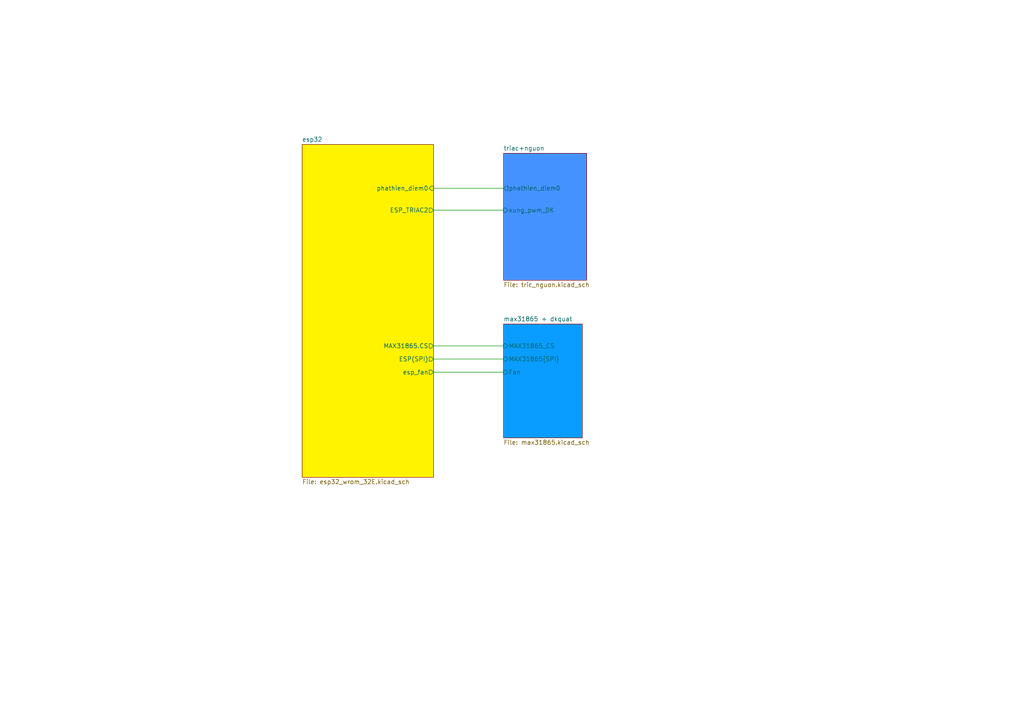
<source format=kicad_sch>
(kicad_sch (version 20230121) (generator eeschema)

  (uuid 14e92a84-6388-44e4-b74c-672e843051bb)

  (paper "A4")

  (title_block
    (title "Bảng mạch diều khiển _ DATN2024")
    (date "2024-06-25")
    (company "THIẾT KẾ, CHẾ TẠO BOARD MẠCH GIÁM SÁT NHIỆT ĐỘ VÀ ĐỘ ẨM CHO BUỒNG NHIỆT")
  )

  (lib_symbols
  )


  (wire (pts (xy 125.73 54.61) (xy 146.05 54.61))
    (stroke (width 0) (type default))
    (uuid 1419189c-8ca2-4755-a07d-f9b5d24340de)
  )
  (wire (pts (xy 125.73 107.95) (xy 146.05 107.95))
    (stroke (width 0) (type default))
    (uuid 1ab263ea-af0c-479e-9edb-c4bf5cb65139)
  )
  (wire (pts (xy 125.73 104.14) (xy 146.05 104.14))
    (stroke (width 0) (type default))
    (uuid 3be7fa06-8d4e-4062-b2ea-4a69fc6c756d)
  )
  (wire (pts (xy 125.73 100.33) (xy 146.05 100.33))
    (stroke (width 0) (type default))
    (uuid 6ad12651-4500-4d43-9105-2d9604f06ffb)
  )
  (wire (pts (xy 125.73 60.96) (xy 146.05 60.96))
    (stroke (width 0) (type default))
    (uuid 93e53de6-ba5f-4361-80bf-19f050be8899)
  )

  (sheet (at 87.63 41.91) (size 38.1 96.52) (fields_autoplaced)
    (stroke (width 0.1524) (type solid))
    (fill (color 255 243 0 1.0000))
    (uuid 7e1d0567-8369-4494-8191-ab8efa8b90ca)
    (property "Sheetname" "esp32" (at 87.63 41.1984 0)
      (effects (font (size 1.27 1.27)) (justify left bottom))
    )
    (property "Sheetfile" "esp32_wrom_32E.kicad_sch" (at 87.63 139.0146 0)
      (effects (font (size 1.27 1.27)) (justify left top))
    )
    (pin "ESP_TRIAC2" output (at 125.73 60.96 0)
      (effects (font (size 1.27 1.27)) (justify right))
      (uuid b38648e9-c8a6-425c-8184-bb647672a50e)
    )
    (pin "phathien_diem0" input (at 125.73 54.61 0)
      (effects (font (size 1.27 1.27)) (justify right))
      (uuid 91e12e3f-97ab-49b3-8e47-3f2083c8c45f)
    )
    (pin "MAX31865.CS" output (at 125.73 100.33 0)
      (effects (font (size 1.27 1.27)) (justify right))
      (uuid dd70a3f9-2be1-417c-bdab-bf91c11e5b98)
    )
    (pin "ESP(SPI)" output (at 125.73 104.14 0)
      (effects (font (size 1.27 1.27)) (justify right))
      (uuid 8557ffac-498c-400b-9ba9-e5b65a36f76c)
    )
    (pin "esp_fan" output (at 125.73 107.95 0)
      (effects (font (size 1.27 1.27)) (justify right))
      (uuid 31928c92-535d-48d5-bd3b-028b443b7f75)
    )
    (instances
      (project "board_dkth"
        (path "/14e92a84-6388-44e4-b74c-672e843051bb" (page "2"))
      )
    )
  )

  (sheet (at 146.05 44.45) (size 24.13 36.83) (fields_autoplaced)
    (stroke (width 0.1524) (type solid))
    (fill (color 68 146 255 1.0000))
    (uuid adb6b457-be62-4fec-937f-dfb9d61136d8)
    (property "Sheetname" "triac+nguon" (at 146.05 43.7384 0)
      (effects (font (size 1.27 1.27)) (justify left bottom))
    )
    (property "Sheetfile" "tric_nguon.kicad_sch" (at 146.05 81.8646 0)
      (effects (font (size 1.27 1.27)) (justify left top))
    )
    (property "Field2" "" (at 146.05 44.45 0)
      (effects (font (size 1.27 1.27)) hide)
    )
    (pin "xung_pwm_DK" input (at 146.05 60.96 180)
      (effects (font (size 1.27 1.27)) (justify left))
      (uuid 7e45f6ce-19d5-4f60-89ba-9dd12d89a29a)
    )
    (pin "phathien_diem0" output (at 146.05 54.61 180)
      (effects (font (size 1.27 1.27)) (justify left))
      (uuid c0acb068-1482-4239-89e3-1796e117f076)
    )
    (instances
      (project "board_dkth"
        (path "/14e92a84-6388-44e4-b74c-672e843051bb" (page "3"))
      )
    )
  )

  (sheet (at 146.05 93.98) (size 22.86 33.02) (fields_autoplaced)
    (stroke (width 0.1524) (type solid))
    (fill (color 9 157 255 1.0000))
    (uuid c2cca4c5-476f-4685-bf4a-f6d7315b49d8)
    (property "Sheetname" "max31865 + dkquat" (at 146.05 93.2684 0)
      (effects (font (size 1.27 1.27)) (justify left bottom))
    )
    (property "Sheetfile" "max31865.kicad_sch" (at 146.05 127.5846 0)
      (effects (font (size 1.27 1.27)) (justify left top))
    )
    (pin "MAX31865{SPI}" input (at 146.05 104.14 180)
      (effects (font (size 1.27 1.27)) (justify left))
      (uuid 88fb490e-fb62-4b28-bbe3-acf297595090)
    )
    (pin "MAX31865_CS" input (at 146.05 100.33 180)
      (effects (font (size 1.27 1.27)) (justify left))
      (uuid 8a51e136-6743-4004-9622-5f9e8a3775ff)
    )
    (pin "Fan" input (at 146.05 107.95 180)
      (effects (font (size 1.27 1.27)) (justify left))
      (uuid 804726ff-2c87-4e33-9249-561ac75ef981)
    )
    (instances
      (project "board_dkth"
        (path "/14e92a84-6388-44e4-b74c-672e843051bb" (page "4"))
      )
    )
  )

  (sheet_instances
    (path "/" (page "1"))
  )
)

</source>
